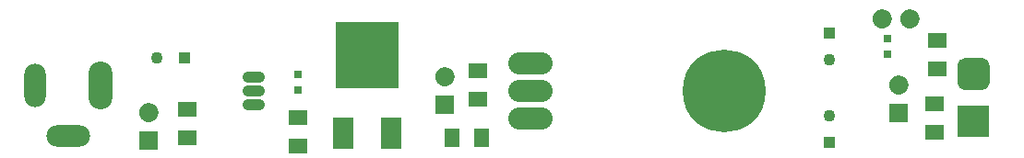
<source format=gbr>
G04 #@! TF.GenerationSoftware,KiCad,Pcbnew,5.1.10*
G04 #@! TF.CreationDate,2021-12-17T17:44:36+03:00*
G04 #@! TF.ProjectId,ripple_cancellation,72697070-6c65-45f6-9361-6e63656c6c61,rev?*
G04 #@! TF.SameCoordinates,Original*
G04 #@! TF.FileFunction,Soldermask,Top*
G04 #@! TF.FilePolarity,Negative*
%FSLAX46Y46*%
G04 Gerber Fmt 4.6, Leading zero omitted, Abs format (unit mm)*
G04 Created by KiCad (PCBNEW 5.1.10) date 2021-12-17 17:44:36*
%MOMM*%
%LPD*%
G01*
G04 APERTURE LIST*
%ADD10O,4.064000X2.032000*%
%ADD11C,7.620000*%
%ADD12R,1.905000X2.997200*%
%ADD13R,5.791200X6.197600*%
%ADD14R,0.800000X0.800000*%
%ADD15O,2.080000X1.040000*%
%ADD16R,1.820000X1.440000*%
%ADD17R,3.000000X3.000000*%
%ADD18R,1.778000X1.778000*%
%ADD19O,4.000000X2.000000*%
%ADD20O,2.200000X4.400000*%
%ADD21O,2.000000X4.000000*%
%ADD22R,1.440000X1.820000*%
%ADD23R,1.100000X1.100000*%
%ADD24C,1.100000*%
G04 APERTURE END LIST*
D10*
X108204000Y-53594000D03*
X108204000Y-56134000D03*
X108204000Y-58674000D03*
D11*
X125984000Y-56134000D03*
D12*
X95431800Y-60020000D03*
X90978800Y-60045400D03*
D13*
X93218000Y-52862000D03*
D14*
X140970000Y-52820000D03*
X140970000Y-51320000D03*
D15*
X82804000Y-57404000D03*
X82804000Y-56134000D03*
X82804000Y-54864000D03*
G36*
G01*
X142113000Y-49530000D02*
X142113000Y-49530000D01*
G75*
G02*
X143002000Y-48641000I889000J0D01*
G01*
X143002000Y-48641000D01*
G75*
G02*
X143891000Y-49530000I0J-889000D01*
G01*
X143891000Y-49530000D01*
G75*
G02*
X143002000Y-50419000I-889000J0D01*
G01*
X143002000Y-50419000D01*
G75*
G02*
X142113000Y-49530000I0J889000D01*
G01*
G37*
G36*
G01*
X139573000Y-49530000D02*
X139573000Y-49530000D01*
G75*
G02*
X140462000Y-48641000I889000J0D01*
G01*
X140462000Y-48641000D01*
G75*
G02*
X141351000Y-49530000I0J-889000D01*
G01*
X141351000Y-49530000D01*
G75*
G02*
X140462000Y-50419000I-889000J0D01*
G01*
X140462000Y-50419000D01*
G75*
G02*
X139573000Y-49530000I0J889000D01*
G01*
G37*
D16*
X145542000Y-51496000D03*
X145542000Y-54168000D03*
G36*
G01*
X149594000Y-56110000D02*
X148094000Y-56110000D01*
G75*
G02*
X147344000Y-55360000I0J750000D01*
G01*
X147344000Y-53860000D01*
G75*
G02*
X148094000Y-53110000I750000J0D01*
G01*
X149594000Y-53110000D01*
G75*
G02*
X150344000Y-53860000I0J-750000D01*
G01*
X150344000Y-55360000D01*
G75*
G02*
X149594000Y-56110000I-750000J0D01*
G01*
G37*
D17*
X148844000Y-58928000D03*
D14*
X86868000Y-56122000D03*
X86868000Y-54622000D03*
G36*
G01*
X141986000Y-56515000D02*
X141986000Y-56515000D01*
G75*
G02*
X141097000Y-55626000I0J889000D01*
G01*
X141097000Y-55626000D01*
G75*
G02*
X141986000Y-54737000I889000J0D01*
G01*
X141986000Y-54737000D01*
G75*
G02*
X142875000Y-55626000I0J-889000D01*
G01*
X142875000Y-55626000D01*
G75*
G02*
X141986000Y-56515000I-889000J0D01*
G01*
G37*
D18*
X141986000Y-58166000D03*
G36*
G01*
X100330000Y-55753000D02*
X100330000Y-55753000D01*
G75*
G02*
X99441000Y-54864000I0J889000D01*
G01*
X99441000Y-54864000D01*
G75*
G02*
X100330000Y-53975000I889000J0D01*
G01*
X100330000Y-53975000D01*
G75*
G02*
X101219000Y-54864000I0J-889000D01*
G01*
X101219000Y-54864000D01*
G75*
G02*
X100330000Y-55753000I-889000J0D01*
G01*
G37*
X100330000Y-57404000D03*
G36*
G01*
X73152000Y-59055000D02*
X73152000Y-59055000D01*
G75*
G02*
X72263000Y-58166000I0J889000D01*
G01*
X72263000Y-58166000D01*
G75*
G02*
X73152000Y-57277000I889000J0D01*
G01*
X73152000Y-57277000D01*
G75*
G02*
X74041000Y-58166000I0J-889000D01*
G01*
X74041000Y-58166000D01*
G75*
G02*
X73152000Y-59055000I-889000J0D01*
G01*
G37*
X73152000Y-60706000D03*
D19*
X65738000Y-60326000D03*
D20*
X68738000Y-55626000D03*
D21*
X62738000Y-55626000D03*
D16*
X145288000Y-60010000D03*
X145288000Y-57338000D03*
D22*
X101026000Y-60452000D03*
X103698000Y-60452000D03*
D23*
X135636000Y-50820000D03*
D24*
X135636000Y-53320000D03*
D23*
X135636000Y-60940000D03*
D24*
X135636000Y-58440000D03*
D16*
X103378000Y-56962000D03*
X103378000Y-54290000D03*
X86868000Y-61280000D03*
X86868000Y-58608000D03*
X76708000Y-60518000D03*
X76708000Y-57846000D03*
D23*
X76434000Y-53086000D03*
D24*
X73934000Y-53086000D03*
M02*

</source>
